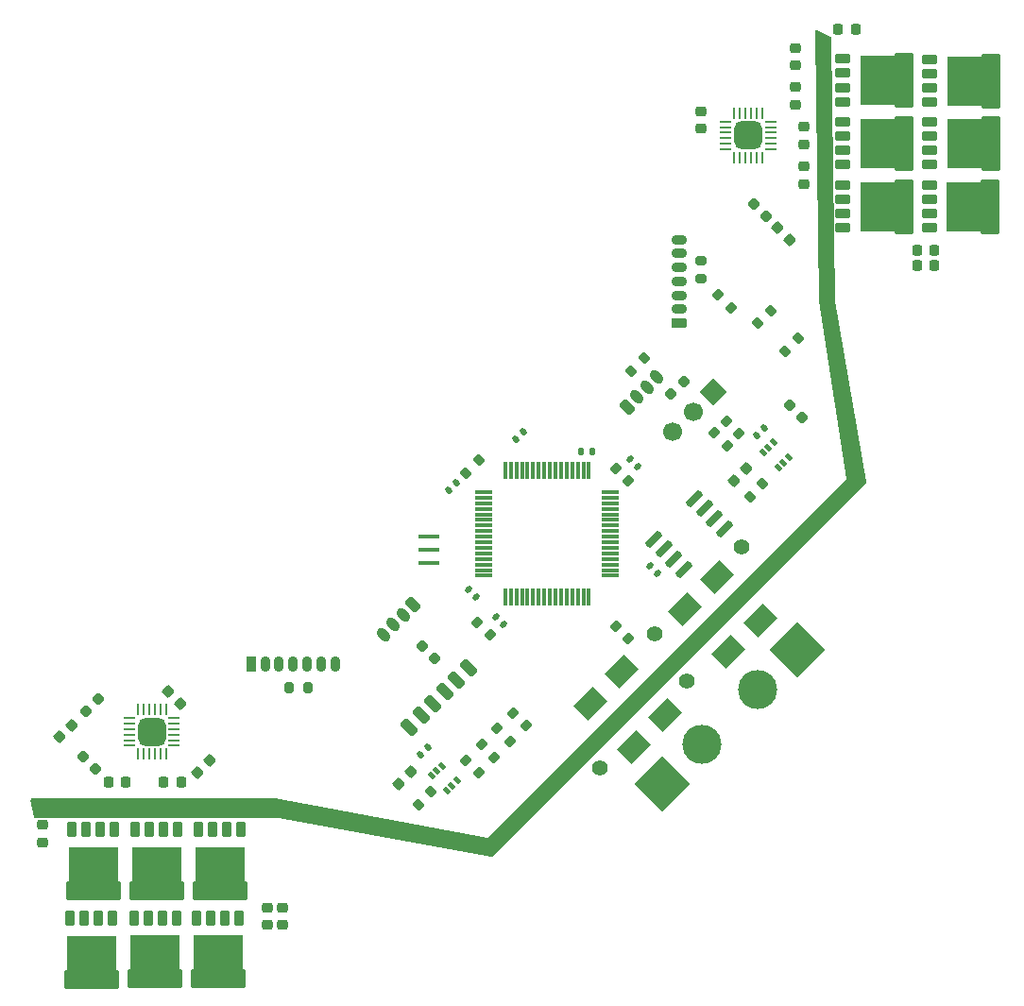
<source format=gbr>
%TF.GenerationSoftware,KiCad,Pcbnew,(6.0.8)*%
%TF.CreationDate,2022-12-08T06:23:49+09:00*%
%TF.ProjectId,ORION_VV_driver_v3,4f52494f-4e5f-4565-965f-647269766572,rev?*%
%TF.SameCoordinates,Original*%
%TF.FileFunction,Soldermask,Bot*%
%TF.FilePolarity,Negative*%
%FSLAX46Y46*%
G04 Gerber Fmt 4.6, Leading zero omitted, Abs format (unit mm)*
G04 Created by KiCad (PCBNEW (6.0.8)) date 2022-12-08 06:23:49*
%MOMM*%
%LPD*%
G01*
G04 APERTURE LIST*
G04 Aperture macros list*
%AMRoundRect*
0 Rectangle with rounded corners*
0 $1 Rounding radius*
0 $2 $3 $4 $5 $6 $7 $8 $9 X,Y pos of 4 corners*
0 Add a 4 corners polygon primitive as box body*
4,1,4,$2,$3,$4,$5,$6,$7,$8,$9,$2,$3,0*
0 Add four circle primitives for the rounded corners*
1,1,$1+$1,$2,$3*
1,1,$1+$1,$4,$5*
1,1,$1+$1,$6,$7*
1,1,$1+$1,$8,$9*
0 Add four rect primitives between the rounded corners*
20,1,$1+$1,$2,$3,$4,$5,0*
20,1,$1+$1,$4,$5,$6,$7,0*
20,1,$1+$1,$6,$7,$8,$9,0*
20,1,$1+$1,$8,$9,$2,$3,0*%
%AMHorizOval*
0 Thick line with rounded ends*
0 $1 width*
0 $2 $3 position (X,Y) of the first rounded end (center of the circle)*
0 $4 $5 position (X,Y) of the second rounded end (center of the circle)*
0 Add line between two ends*
20,1,$1,$2,$3,$4,$5,0*
0 Add two circle primitives to create the rounded ends*
1,1,$1,$2,$3*
1,1,$1,$4,$5*%
%AMRotRect*
0 Rectangle, with rotation*
0 The origin of the aperture is its center*
0 $1 length*
0 $2 width*
0 $3 Rotation angle, in degrees counterclockwise*
0 Add horizontal line*
21,1,$1,$2,0,0,$3*%
%AMFreePoly0*
4,1,21,3.024497,2.399497,3.045000,2.350000,3.045000,-2.350000,3.024497,-2.399497,2.975000,-2.420000,1.425000,-2.420000,1.375503,-2.399497,1.355000,-2.350000,1.355000,-2.170000,-1.650000,-2.170000,-1.699497,-2.149497,-1.720000,-2.100000,-1.720000,2.100000,-1.699497,2.149497,-1.650000,2.170000,1.355000,2.170000,1.355000,2.350000,1.375503,2.399497,1.425000,2.420000,2.975000,2.420000,
3.024497,2.399497,3.024497,2.399497,$1*%
G04 Aperture macros list end*
%ADD10RoundRect,0.225000X0.176777X-0.494975X0.494975X-0.176777X-0.176777X0.494975X-0.494975X0.176777X0*%
%ADD11HorizOval,0.900000X-0.176777X0.176777X0.176777X-0.176777X0*%
%ADD12RotRect,1.700000X1.700000X315.000000*%
%ADD13HorizOval,1.700000X0.000000X0.000000X0.000000X0.000000X0*%
%ADD14C,1.400000*%
%ADD15RotRect,3.500000X3.500000X45.000000*%
%ADD16C,3.500000*%
%ADD17RoundRect,0.225000X0.475000X-0.225000X0.475000X0.225000X-0.475000X0.225000X-0.475000X-0.225000X0*%
%ADD18O,1.400000X0.900000*%
%ADD19RoundRect,0.225000X-0.176777X0.494975X-0.494975X0.176777X0.176777X-0.494975X0.494975X-0.176777X0*%
%ADD20RoundRect,0.225000X-0.225000X-0.475000X0.225000X-0.475000X0.225000X0.475000X-0.225000X0.475000X0*%
%ADD21O,0.900000X1.400000*%
%ADD22RoundRect,0.225000X-0.247487X0.565685X-0.565685X0.247487X0.247487X-0.565685X0.565685X-0.247487X0*%
%ADD23RoundRect,0.140000X0.219203X0.021213X0.021213X0.219203X-0.219203X-0.021213X-0.021213X-0.219203X0*%
%ADD24RoundRect,0.200000X-0.053033X0.335876X-0.335876X0.053033X0.053033X-0.335876X0.335876X-0.053033X0*%
%ADD25RoundRect,0.200000X0.335876X0.053033X0.053033X0.335876X-0.335876X-0.053033X-0.053033X-0.335876X0*%
%ADD26RoundRect,0.225000X-0.250000X0.225000X-0.250000X-0.225000X0.250000X-0.225000X0.250000X0.225000X0*%
%ADD27RoundRect,0.200000X-0.335876X-0.053033X-0.053033X-0.335876X0.335876X0.053033X0.053033X0.335876X0*%
%ADD28RoundRect,0.200000X0.053033X-0.335876X0.335876X-0.053033X-0.053033X0.335876X-0.335876X0.053033X0*%
%ADD29RoundRect,0.070000X-0.350000X-0.575000X0.350000X-0.575000X0.350000X0.575000X-0.350000X0.575000X0*%
%ADD30FreePoly0,270.000000*%
%ADD31RoundRect,0.140000X-0.219203X-0.021213X-0.021213X-0.219203X0.219203X0.021213X0.021213X0.219203X0*%
%ADD32RoundRect,0.140000X0.021213X-0.219203X0.219203X-0.021213X-0.021213X0.219203X-0.219203X0.021213X0*%
%ADD33RoundRect,0.150000X-0.406586X-0.618718X0.618718X0.406586X0.406586X0.618718X-0.618718X-0.406586X0*%
%ADD34RoundRect,0.218750X-0.026517X0.335876X-0.335876X0.026517X0.026517X-0.335876X0.335876X-0.026517X0*%
%ADD35RoundRect,0.218750X0.218750X0.256250X-0.218750X0.256250X-0.218750X-0.256250X0.218750X-0.256250X0*%
%ADD36RoundRect,0.218750X-0.256250X0.218750X-0.256250X-0.218750X0.256250X-0.218750X0.256250X0.218750X0*%
%ADD37RoundRect,0.062500X-0.437500X-0.062500X0.437500X-0.062500X0.437500X0.062500X-0.437500X0.062500X0*%
%ADD38RoundRect,0.062500X-0.062500X-0.437500X0.062500X-0.437500X0.062500X0.437500X-0.062500X0.437500X0*%
%ADD39RoundRect,0.625000X-0.625000X-0.625000X0.625000X-0.625000X0.625000X0.625000X-0.625000X0.625000X0*%
%ADD40RoundRect,0.218750X-0.335876X-0.026517X-0.026517X-0.335876X0.335876X0.026517X0.026517X0.335876X0*%
%ADD41RotRect,0.650000X0.400000X315.000000*%
%ADD42RoundRect,0.140000X-0.140000X-0.170000X0.140000X-0.170000X0.140000X0.170000X-0.140000X0.170000X0*%
%ADD43RoundRect,0.225000X0.335876X0.017678X0.017678X0.335876X-0.335876X-0.017678X-0.017678X-0.335876X0*%
%ADD44RoundRect,0.218750X0.026517X-0.335876X0.335876X-0.026517X-0.026517X0.335876X-0.335876X0.026517X0*%
%ADD45RoundRect,0.070000X0.575000X-0.350000X0.575000X0.350000X-0.575000X0.350000X-0.575000X-0.350000X0*%
%ADD46FreePoly0,0.000000*%
%ADD47RoundRect,0.225000X-0.017678X0.335876X-0.335876X0.017678X0.017678X-0.335876X0.335876X-0.017678X0*%
%ADD48RoundRect,0.218750X0.335876X0.026517X0.026517X0.335876X-0.335876X-0.026517X-0.026517X-0.335876X0*%
%ADD49RoundRect,0.200000X0.200000X0.275000X-0.200000X0.275000X-0.200000X-0.275000X0.200000X-0.275000X0*%
%ADD50R,1.900000X0.400000*%
%ADD51RoundRect,0.225000X-0.225000X-0.250000X0.225000X-0.250000X0.225000X0.250000X-0.225000X0.250000X0*%
%ADD52RoundRect,0.075000X-0.700000X-0.075000X0.700000X-0.075000X0.700000X0.075000X-0.700000X0.075000X0*%
%ADD53RoundRect,0.075000X-0.075000X-0.700000X0.075000X-0.700000X0.075000X0.700000X-0.075000X0.700000X0*%
%ADD54RotRect,2.500000X1.800000X45.000000*%
%ADD55RoundRect,0.062500X-0.062500X0.437500X-0.062500X-0.437500X0.062500X-0.437500X0.062500X0.437500X0*%
%ADD56RoundRect,0.062500X-0.437500X0.062500X-0.437500X-0.062500X0.437500X-0.062500X0.437500X0.062500X0*%
%ADD57RoundRect,0.625000X-0.625000X0.625000X-0.625000X-0.625000X0.625000X-0.625000X0.625000X0.625000X0*%
%ADD58RoundRect,0.140000X-0.021213X0.219203X-0.219203X0.021213X0.021213X-0.219203X0.219203X-0.021213X0*%
%ADD59RoundRect,0.200000X-0.275000X0.200000X-0.275000X-0.200000X0.275000X-0.200000X0.275000X0.200000X0*%
%ADD60RoundRect,0.225000X0.225000X0.250000X-0.225000X0.250000X-0.225000X-0.250000X0.225000X-0.250000X0*%
%ADD61RoundRect,0.225000X0.017678X-0.335876X0.335876X-0.017678X-0.017678X0.335876X-0.335876X0.017678X0*%
G04 APERTURE END LIST*
D10*
%TO.C,J2*%
X103710919Y-124686865D03*
D11*
X104594802Y-123802982D03*
X105478686Y-122919098D03*
X106362569Y-122035215D03*
%TD*%
D12*
%TO.C,J14*%
X111418382Y-123343363D03*
D13*
X109622331Y-125139414D03*
X107826280Y-126935465D03*
%TD*%
D14*
%TO.C,J11*%
X106221148Y-145051540D03*
X113999323Y-137273366D03*
D15*
X118949070Y-146465754D03*
D16*
X115413536Y-150001288D03*
%TD*%
D17*
%TO.C,J6*%
X108365171Y-117211545D03*
D18*
X108365171Y-115961545D03*
X108365171Y-114711545D03*
X108365171Y-113461545D03*
X108365171Y-112211545D03*
X108365171Y-110961545D03*
X108365171Y-109711545D03*
%TD*%
D19*
%TO.C,J3*%
X84530647Y-142452923D03*
D11*
X83646764Y-143336806D03*
X82762880Y-144220690D03*
X81878997Y-145104573D03*
%TD*%
D14*
%TO.C,J15*%
X101253723Y-157054678D03*
X109031897Y-149276504D03*
D15*
X106910577Y-158468892D03*
D16*
X110446111Y-154933358D03*
%TD*%
D20*
%TO.C,J5*%
X70034958Y-147756224D03*
D21*
X71284958Y-147756224D03*
X72534958Y-147756224D03*
X73784958Y-147756224D03*
X75034958Y-147756224D03*
X76284958Y-147756224D03*
X77534958Y-147756224D03*
%TD*%
D22*
%TO.C,J4*%
X89480395Y-148109778D03*
X88419735Y-149170438D03*
X87359075Y-150231098D03*
X86298414Y-151291759D03*
X85237754Y-152352419D03*
X84177094Y-153413079D03*
%TD*%
D23*
%TO.C,C7*%
X92648233Y-144206548D03*
X91969411Y-143527726D03*
%TD*%
D24*
%TO.C,FB1*%
X90417311Y-129495192D03*
X89250585Y-130661918D03*
%TD*%
D25*
%TO.C,R5*%
X113044728Y-115812675D03*
X111878002Y-114645949D03*
%TD*%
%TO.C,R10*%
X103852340Y-145511160D03*
X102685614Y-144344434D03*
%TD*%
D26*
%TO.C,C22*%
X118825326Y-92534002D03*
X118825326Y-94084002D03*
%TD*%
D27*
%TO.C,R2*%
X92079012Y-153536822D03*
X93245738Y-154703548D03*
%TD*%
D28*
%TO.C,R13*%
X114706429Y-132783238D03*
X115873155Y-131616512D03*
%TD*%
D26*
%TO.C,C21*%
X119532433Y-99605070D03*
X119532433Y-101155070D03*
%TD*%
D29*
%TO.C,Q10*%
X53982822Y-162598894D03*
X55252822Y-162598894D03*
X56532822Y-162598894D03*
X57802822Y-162598894D03*
D30*
X55892822Y-165868894D03*
%TD*%
D31*
%TO.C,C16*%
X103990226Y-129385590D03*
X104669048Y-130064412D03*
%TD*%
D32*
%TO.C,C15*%
X85233124Y-155855038D03*
X85911946Y-155176216D03*
%TD*%
D33*
%TO.C,U3*%
X108805622Y-139256800D03*
X107907597Y-138358775D03*
X107009571Y-137460749D03*
X106111546Y-136562724D03*
X109753146Y-132921124D03*
X110651171Y-133819149D03*
X111549197Y-134717175D03*
X112447222Y-135615200D03*
%TD*%
D34*
%TO.C,D13*%
X108775571Y-122450640D03*
X107661877Y-123564334D03*
%TD*%
D35*
%TO.C,D8*%
X63751390Y-158362826D03*
X62176390Y-158362826D03*
%TD*%
D26*
%TO.C,C43*%
X72863385Y-169608641D03*
X72863385Y-171158641D03*
%TD*%
%TO.C,C40*%
X51296628Y-162184020D03*
X51296628Y-163734020D03*
%TD*%
D36*
%TO.C,D10*%
X119532433Y-103128104D03*
X119532433Y-104703104D03*
%TD*%
D29*
%TO.C,Q5*%
X59503623Y-170513122D03*
X60773623Y-170513122D03*
X62053623Y-170513122D03*
X63323623Y-170513122D03*
D30*
X61413623Y-173783122D03*
%TD*%
D37*
%TO.C,GD2*%
X112582685Y-101630070D03*
X112582685Y-101130070D03*
X112582685Y-100630070D03*
X112582685Y-100130070D03*
X112582685Y-99630070D03*
X112582685Y-99130070D03*
D38*
X113332685Y-98380070D03*
X113832685Y-98380070D03*
X114332685Y-98380070D03*
X114832685Y-98380070D03*
X115332685Y-98380070D03*
X115832685Y-98380070D03*
D37*
X116582685Y-99130070D03*
X116582685Y-99630070D03*
X116582685Y-100130070D03*
X116582685Y-100630070D03*
X116582685Y-101130070D03*
X116582685Y-101630070D03*
D38*
X115832685Y-102380070D03*
X115332685Y-102380070D03*
X114832685Y-102380070D03*
X114332685Y-102380070D03*
X113832685Y-102380070D03*
X113332685Y-102380070D03*
D39*
X114582685Y-100380070D03*
%TD*%
D23*
%TO.C,C9*%
X106436815Y-139610354D03*
X105757993Y-138931532D03*
%TD*%
D40*
%TO.C,D5*%
X85388014Y-146138717D03*
X86501708Y-147252411D03*
%TD*%
D41*
%TO.C,U5*%
X86208931Y-157778368D03*
X86668551Y-157318749D03*
X87128170Y-156859129D03*
X88471673Y-158202632D03*
X88012053Y-158662251D03*
X87552434Y-159121871D03*
%TD*%
D42*
%TO.C,C5*%
X99606996Y-128735052D03*
X100566996Y-128735052D03*
%TD*%
D32*
%TO.C,C11*%
X87726770Y-132185733D03*
X88405592Y-131506911D03*
%TD*%
D26*
%TO.C,C42*%
X71449172Y-169608641D03*
X71449172Y-171158641D03*
%TD*%
D43*
%TO.C,C12*%
X63670997Y-151291758D03*
X62574981Y-150195742D03*
%TD*%
D44*
%TO.C,D6*%
X55185715Y-151998865D03*
X56299409Y-150885171D03*
%TD*%
D29*
%TO.C,Q2*%
X65296531Y-162598894D03*
X66566531Y-162598894D03*
X67846531Y-162598894D03*
X69116531Y-162598894D03*
D30*
X67206531Y-165868894D03*
%TD*%
D45*
%TO.C,Q4*%
X123061394Y-97340322D03*
X123061394Y-96070322D03*
X123061394Y-94790322D03*
X123061394Y-93520322D03*
D46*
X126331394Y-95430322D03*
%TD*%
D27*
%TO.C,R4*%
X89250585Y-156365249D03*
X90417311Y-157531975D03*
%TD*%
%TO.C,R3*%
X93493226Y-152122609D03*
X94659952Y-153289335D03*
%TD*%
D47*
%TO.C,C24*%
X114423586Y-130237653D03*
X113327570Y-131333669D03*
%TD*%
D29*
%TO.C,Q9*%
X53793216Y-170566675D03*
X55063216Y-170566675D03*
X56343216Y-170566675D03*
X57613216Y-170566675D03*
D30*
X55703216Y-173836675D03*
%TD*%
D45*
%TO.C,Q7*%
X130839568Y-102997177D03*
X130839568Y-101727177D03*
X130839568Y-100447177D03*
X130839568Y-99177177D03*
D46*
X134109568Y-101087177D03*
%TD*%
D45*
%TO.C,Q8*%
X123061394Y-102997177D03*
X123061394Y-101727177D03*
X123061394Y-100447177D03*
X123061394Y-99177177D03*
D46*
X126331394Y-101087177D03*
%TD*%
D48*
%TO.C,D7*%
X56096116Y-157151906D03*
X54982422Y-156038212D03*
%TD*%
D49*
%TO.C,R15*%
X75102599Y-149877545D03*
X73452599Y-149877545D03*
%TD*%
D50*
%TO.C,Y1*%
X85944861Y-136303176D03*
X85944861Y-137503176D03*
X85944861Y-138703176D03*
%TD*%
D36*
%TO.C,D11*%
X118825326Y-96057036D03*
X118825326Y-97632036D03*
%TD*%
D43*
%TO.C,C20*%
X118312674Y-109766913D03*
X117216658Y-108670897D03*
%TD*%
D28*
%TO.C,R12*%
X84989172Y-160341630D03*
X86155898Y-159174904D03*
%TD*%
D51*
%TO.C,C44*%
X129717588Y-110633118D03*
X131267588Y-110633118D03*
%TD*%
D28*
%TO.C,R16*%
X115413536Y-117226889D03*
X116580262Y-116060163D03*
%TD*%
D52*
%TO.C,U4*%
X90876462Y-139838962D03*
X90876462Y-139338962D03*
X90876462Y-138838962D03*
X90876462Y-138338962D03*
X90876462Y-137838962D03*
X90876462Y-137338962D03*
X90876462Y-136838962D03*
X90876462Y-136338962D03*
X90876462Y-135838962D03*
X90876462Y-135338962D03*
X90876462Y-134838962D03*
X90876462Y-134338962D03*
X90876462Y-133838962D03*
X90876462Y-133338962D03*
X90876462Y-132838962D03*
X90876462Y-132338962D03*
D53*
X92801462Y-130413962D03*
X93301462Y-130413962D03*
X93801462Y-130413962D03*
X94301462Y-130413962D03*
X94801462Y-130413962D03*
X95301462Y-130413962D03*
X95801462Y-130413962D03*
X96301462Y-130413962D03*
X96801462Y-130413962D03*
X97301462Y-130413962D03*
X97801462Y-130413962D03*
X98301462Y-130413962D03*
X98801462Y-130413962D03*
X99301462Y-130413962D03*
X99801462Y-130413962D03*
X100301462Y-130413962D03*
D52*
X102226462Y-132338962D03*
X102226462Y-132838962D03*
X102226462Y-133338962D03*
X102226462Y-133838962D03*
X102226462Y-134338962D03*
X102226462Y-134838962D03*
X102226462Y-135338962D03*
X102226462Y-135838962D03*
X102226462Y-136338962D03*
X102226462Y-136838962D03*
X102226462Y-137338962D03*
X102226462Y-137838962D03*
X102226462Y-138338962D03*
X102226462Y-138838962D03*
X102226462Y-139338962D03*
X102226462Y-139838962D03*
D53*
X100301462Y-141763962D03*
X99801462Y-141763962D03*
X99301462Y-141763962D03*
X98801462Y-141763962D03*
X98301462Y-141763962D03*
X97801462Y-141763962D03*
X97301462Y-141763962D03*
X96801462Y-141763962D03*
X96301462Y-141763962D03*
X95801462Y-141763962D03*
X95301462Y-141763962D03*
X94801462Y-141763962D03*
X94301462Y-141763962D03*
X93801462Y-141763962D03*
X93301462Y-141763962D03*
X92801462Y-141763962D03*
%TD*%
D54*
%TO.C,D16*%
X104329637Y-155180846D03*
X107158065Y-152352418D03*
%TD*%
D25*
%TO.C,R11*%
X103852340Y-131369024D03*
X102685614Y-130202298D03*
%TD*%
D40*
%TO.C,D12*%
X118268479Y-124571960D03*
X119382173Y-125685654D03*
%TD*%
D26*
%TO.C,C13*%
X110340045Y-98190856D03*
X110340045Y-99740856D03*
%TD*%
D28*
%TO.C,R17*%
X117888410Y-119701763D03*
X119055136Y-118535037D03*
%TD*%
D29*
%TO.C,Q1*%
X65160477Y-170513122D03*
X66430477Y-170513122D03*
X67710477Y-170513122D03*
X68980477Y-170513122D03*
D30*
X67070477Y-173783122D03*
%TD*%
D28*
%TO.C,R6*%
X104099827Y-121469530D03*
X105266553Y-120302804D03*
%TD*%
D55*
%TO.C,GD1*%
X59889017Y-151823739D03*
X60389017Y-151823739D03*
X60889017Y-151823739D03*
X61389017Y-151823739D03*
X61889017Y-151823739D03*
X62389017Y-151823739D03*
D56*
X63139017Y-152573739D03*
X63139017Y-153073739D03*
X63139017Y-153573739D03*
X63139017Y-154073739D03*
X63139017Y-154573739D03*
X63139017Y-155073739D03*
D55*
X62389017Y-155823739D03*
X61889017Y-155823739D03*
X61389017Y-155823739D03*
X60889017Y-155823739D03*
X60389017Y-155823739D03*
X59889017Y-155823739D03*
D56*
X59139017Y-155073739D03*
X59139017Y-154573739D03*
X59139017Y-154073739D03*
X59139017Y-153573739D03*
X59139017Y-153073739D03*
X59139017Y-152573739D03*
D57*
X61139017Y-153823739D03*
%TD*%
D27*
%TO.C,R8*%
X111524449Y-127020318D03*
X112691175Y-128187044D03*
%TD*%
D45*
%TO.C,Q3*%
X130846141Y-97407429D03*
X130846141Y-96137429D03*
X130846141Y-94857429D03*
X130846141Y-93587429D03*
D46*
X134116141Y-95497429D03*
%TD*%
D54*
%TO.C,D17*%
X100440549Y-151291759D03*
X103268977Y-148463331D03*
%TD*%
D47*
%TO.C,C19*%
X66340325Y-156400604D03*
X65244309Y-157496620D03*
%TD*%
D29*
%TO.C,Q6*%
X59639677Y-162598894D03*
X60909677Y-162598894D03*
X62189677Y-162598894D03*
X63459677Y-162598894D03*
D30*
X61549677Y-165868894D03*
%TD*%
D25*
%TO.C,R9*%
X113751835Y-127126384D03*
X112585109Y-125959658D03*
%TD*%
D27*
%TO.C,R1*%
X90664798Y-154951036D03*
X91831524Y-156117762D03*
%TD*%
D45*
%TO.C,Q12*%
X123061394Y-108654031D03*
X123061394Y-107384031D03*
X123061394Y-106104031D03*
X123061394Y-104834031D03*
D46*
X126331394Y-106744031D03*
%TD*%
D41*
%TO.C,U6*%
X115926188Y-128805763D03*
X116385808Y-128346144D03*
X116845427Y-127886524D03*
X118188930Y-129230027D03*
X117729310Y-129689646D03*
X117269691Y-130149266D03*
%TD*%
D45*
%TO.C,Q11*%
X130797462Y-108654031D03*
X130797462Y-107384031D03*
X130797462Y-106104031D03*
X130797462Y-104834031D03*
D46*
X134067462Y-106744031D03*
%TD*%
D23*
%TO.C,C6*%
X90173359Y-141731674D03*
X89494537Y-141052852D03*
%TD*%
D54*
%TO.C,D18*%
X108925831Y-142806477D03*
X111754259Y-139978049D03*
%TD*%
D58*
%TO.C,C8*%
X94416000Y-126910717D03*
X93737178Y-127589539D03*
%TD*%
D48*
%TO.C,D9*%
X116200192Y-107654431D03*
X115086498Y-106540737D03*
%TD*%
D59*
%TO.C,R14*%
X110340045Y-111575885D03*
X110340045Y-113225885D03*
%TD*%
D27*
%TO.C,R7*%
X90311245Y-143990881D03*
X91477971Y-145157607D03*
%TD*%
D60*
%TO.C,C18*%
X58789143Y-158362826D03*
X57239143Y-158362826D03*
%TD*%
D32*
%TO.C,C14*%
X115303934Y-127235985D03*
X115982756Y-126557163D03*
%TD*%
D54*
%TO.C,D19*%
X112814918Y-146695565D03*
X115643346Y-143867137D03*
%TD*%
D51*
%TO.C,C45*%
X129717588Y-112047332D03*
X131267588Y-112047332D03*
%TD*%
D61*
%TO.C,C17*%
X52869941Y-154314640D03*
X53965957Y-153218624D03*
%TD*%
D51*
%TO.C,C41*%
X122646520Y-90834128D03*
X124196520Y-90834128D03*
%TD*%
D47*
%TO.C,C23*%
X84352776Y-157442492D03*
X83256760Y-158538508D03*
%TD*%
G36*
X120778432Y-90926797D02*
G01*
X121938812Y-91506988D01*
X121990796Y-91555343D01*
X122008449Y-91617806D01*
X122360786Y-115224359D01*
X122361708Y-115234190D01*
X125178081Y-131428332D01*
X125170046Y-131498873D01*
X125143039Y-131539016D01*
X91648583Y-165033472D01*
X91586271Y-165067498D01*
X91536545Y-165068271D01*
X72515498Y-161545855D01*
X72504067Y-161544806D01*
X50692817Y-161544806D01*
X50624696Y-161524804D01*
X50578203Y-161471148D01*
X50569264Y-161443517D01*
X50266110Y-159927751D01*
X50272364Y-159857030D01*
X50315860Y-159800917D01*
X50389663Y-159777040D01*
X72144707Y-159777040D01*
X72167650Y-159779146D01*
X91230348Y-163309274D01*
X91251995Y-163307048D01*
X91257041Y-163303693D01*
X123408708Y-131152027D01*
X123419600Y-131132081D01*
X123419731Y-131127712D01*
X120948002Y-115238030D01*
X120946518Y-115220489D01*
X120596096Y-91041321D01*
X120615109Y-90972917D01*
X120668085Y-90925652D01*
X120738205Y-90914531D01*
X120778432Y-90926797D01*
G37*
M02*

</source>
